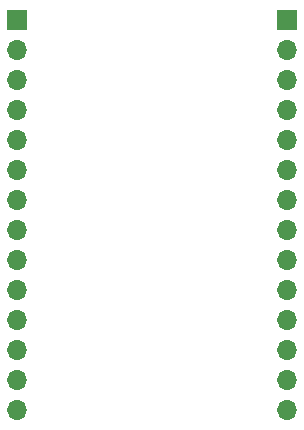
<source format=gbr>
%TF.GenerationSoftware,KiCad,Pcbnew,5.1.4-3.fc31*%
%TF.CreationDate,2019-11-27T18:42:09+01:00*%
%TF.ProjectId,SSOP-28_3.9x9.9mm_P0.635,53534f50-2d32-4385-9f33-2e3978392e39,1.0*%
%TF.SameCoordinates,Original*%
%TF.FileFunction,Copper,L2,Bot*%
%TF.FilePolarity,Positive*%
%FSLAX46Y46*%
G04 Gerber Fmt 4.6, Leading zero omitted, Abs format (unit mm)*
G04 Created by KiCad (PCBNEW 5.1.4-3.fc31) date 2019-11-27 18:42:09*
%MOMM*%
%LPD*%
G04 APERTURE LIST*
%TA.AperFunction,ComponentPad*%
%ADD10R,1.700000X1.700000*%
%TD*%
%TA.AperFunction,ComponentPad*%
%ADD11O,1.700000X1.700000*%
%TD*%
G04 APERTURE END LIST*
D10*
%TO.P,J1,1*%
%TO.N,Net-(J1-Pad1)*%
X124460000Y-96520000D03*
D11*
%TO.P,J1,2*%
%TO.N,Net-(J1-Pad2)*%
X124460000Y-99060000D03*
%TO.P,J1,3*%
%TO.N,Net-(J1-Pad3)*%
X124460000Y-101600000D03*
%TO.P,J1,4*%
%TO.N,Net-(J1-Pad4)*%
X124460000Y-104140000D03*
%TO.P,J1,5*%
%TO.N,Net-(J1-Pad5)*%
X124460000Y-106680000D03*
%TO.P,J1,6*%
%TO.N,Net-(J1-Pad6)*%
X124460000Y-109220000D03*
%TO.P,J1,7*%
%TO.N,Net-(J1-Pad7)*%
X124460000Y-111760000D03*
%TO.P,J1,8*%
%TO.N,Net-(J1-Pad8)*%
X124460000Y-114300000D03*
%TO.P,J1,9*%
%TO.N,Net-(J1-Pad9)*%
X124460000Y-116840000D03*
%TO.P,J1,10*%
%TO.N,Net-(J1-Pad10)*%
X124460000Y-119380000D03*
%TO.P,J1,11*%
%TO.N,Net-(J1-Pad11)*%
X124460000Y-121920000D03*
%TO.P,J1,12*%
%TO.N,Net-(J1-Pad12)*%
X124460000Y-124460000D03*
%TO.P,J1,13*%
%TO.N,Net-(J1-Pad13)*%
X124460000Y-127000000D03*
%TO.P,J1,14*%
%TO.N,Net-(J1-Pad14)*%
X124460000Y-129540000D03*
%TD*%
%TO.P,J2,14*%
%TO.N,Net-(J2-Pad14)*%
X147320000Y-129540000D03*
%TO.P,J2,13*%
%TO.N,Net-(J2-Pad13)*%
X147320000Y-127000000D03*
%TO.P,J2,12*%
%TO.N,Net-(J2-Pad12)*%
X147320000Y-124460000D03*
%TO.P,J2,11*%
%TO.N,Net-(J2-Pad11)*%
X147320000Y-121920000D03*
%TO.P,J2,10*%
%TO.N,Net-(J2-Pad10)*%
X147320000Y-119380000D03*
%TO.P,J2,9*%
%TO.N,Net-(J2-Pad9)*%
X147320000Y-116840000D03*
%TO.P,J2,8*%
%TO.N,Net-(J2-Pad8)*%
X147320000Y-114300000D03*
%TO.P,J2,7*%
%TO.N,Net-(J2-Pad7)*%
X147320000Y-111760000D03*
%TO.P,J2,6*%
%TO.N,Net-(J2-Pad6)*%
X147320000Y-109220000D03*
%TO.P,J2,5*%
%TO.N,Net-(J2-Pad5)*%
X147320000Y-106680000D03*
%TO.P,J2,4*%
%TO.N,Net-(J2-Pad4)*%
X147320000Y-104140000D03*
%TO.P,J2,3*%
%TO.N,Net-(J2-Pad3)*%
X147320000Y-101600000D03*
%TO.P,J2,2*%
%TO.N,Net-(J2-Pad2)*%
X147320000Y-99060000D03*
D10*
%TO.P,J2,1*%
%TO.N,Net-(J2-Pad1)*%
X147320000Y-96520000D03*
%TD*%
M02*

</source>
